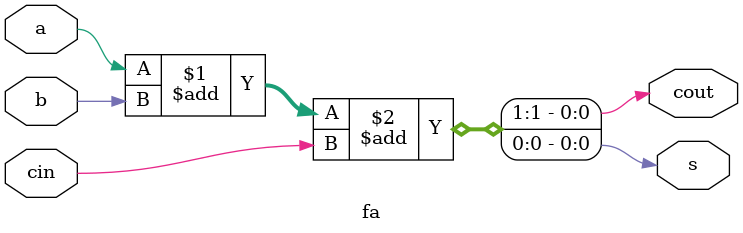
<source format=v>
module fa(a,b,cin,s,cout);

	input a;
	input b;
	input cin;
	output s;
	output cout;

	assign {cout,s} = a +b + cin;
endmodule
</source>
